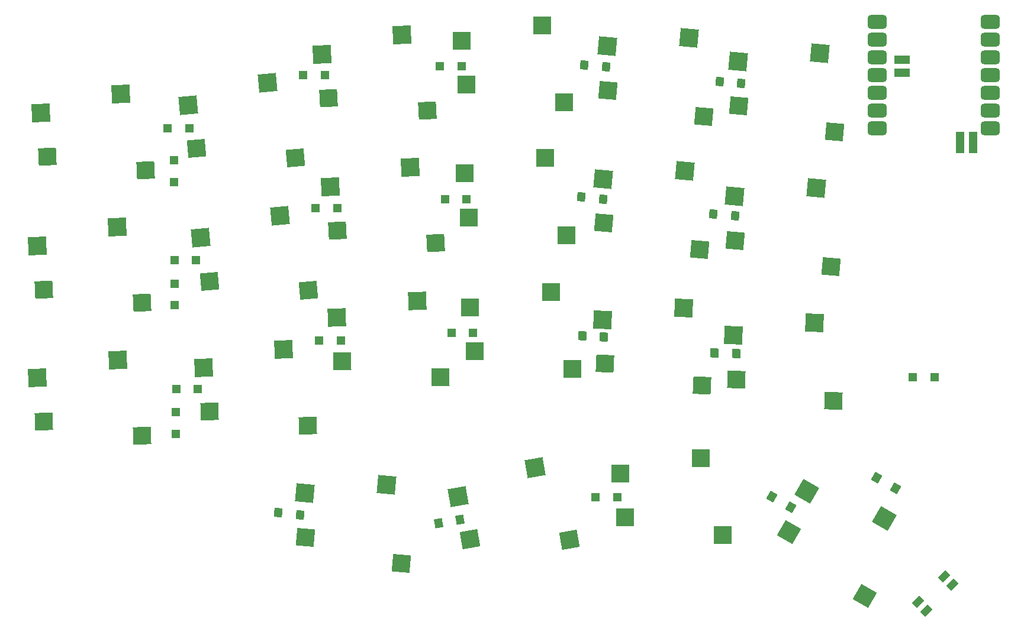
<source format=gbr>
%TF.GenerationSoftware,KiCad,Pcbnew,(6.0.0-0)*%
%TF.CreationDate,2023-10-27T21:44:22-07:00*%
%TF.ProjectId,xobdox_seeed,786f6264-6f78-45f7-9365-6565642e6b69,rev?*%
%TF.SameCoordinates,Original*%
%TF.FileFunction,Paste,Top*%
%TF.FilePolarity,Positive*%
%FSLAX46Y46*%
G04 Gerber Fmt 4.6, Leading zero omitted, Abs format (unit mm)*
G04 Created by KiCad (PCBNEW (6.0.0-0)) date 2023-10-27 21:44:22*
%MOMM*%
%LPD*%
G01*
G04 APERTURE LIST*
G04 Aperture macros list*
%AMRoundRect*
0 Rectangle with rounded corners*
0 $1 Rounding radius*
0 $2 $3 $4 $5 $6 $7 $8 $9 X,Y pos of 4 corners*
0 Add a 4 corners polygon primitive as box body*
4,1,4,$2,$3,$4,$5,$6,$7,$8,$9,$2,$3,0*
0 Add four circle primitives for the rounded corners*
1,1,$1+$1,$2,$3*
1,1,$1+$1,$4,$5*
1,1,$1+$1,$6,$7*
1,1,$1+$1,$8,$9*
0 Add four rect primitives between the rounded corners*
20,1,$1+$1,$2,$3,$4,$5,0*
20,1,$1+$1,$4,$5,$6,$7,0*
20,1,$1+$1,$6,$7,$8,$9,0*
20,1,$1+$1,$8,$9,$2,$3,0*%
%AMRotRect*
0 Rectangle, with rotation*
0 The origin of the aperture is its center*
0 $1 length*
0 $2 width*
0 $3 Rotation angle, in degrees counterclockwise*
0 Add horizontal line*
21,1,$1,$2,0,0,$3*%
G04 Aperture macros list end*
%ADD10RotRect,2.550000X2.500000X183.000000*%
%ADD11RotRect,2.600000X2.600000X3.000000*%
%ADD12RotRect,2.550000X2.500000X185.000000*%
%ADD13RotRect,2.600000X2.600000X5.000000*%
%ADD14R,1.300000X1.150000*%
%ADD15RotRect,1.150000X1.300000X358.000000*%
%ADD16RotRect,2.600000X2.600000X330.000000*%
%ADD17RotRect,2.550000X2.500000X150.000000*%
%ADD18RotRect,2.600000X2.600000X355.000000*%
%ADD19RotRect,2.550000X2.500000X175.000000*%
%ADD20RotRect,1.150000X1.300000X357.500000*%
%ADD21RoundRect,0.500000X-0.875000X-0.500000X0.875000X-0.500000X0.875000X0.500000X-0.875000X0.500000X0*%
%ADD22R,2.286000X1.270000*%
%ADD23R,1.270000X3.086000*%
%ADD24R,1.150000X1.300000*%
%ADD25RotRect,2.550000X2.500000X182.500000*%
%ADD26RotRect,2.600000X2.600000X2.500000*%
%ADD27RotRect,1.150000X1.300000X355.000000*%
%ADD28R,2.550000X2.500000*%
%ADD29R,2.600000X2.600000*%
%ADD30RotRect,2.600000X2.600000X358.000000*%
%ADD31RotRect,2.550000X2.500000X178.000000*%
%ADD32RotRect,1.150000X1.300000X10.000000*%
%ADD33RotRect,2.600000X2.600000X357.500000*%
%ADD34RotRect,2.550000X2.500000X177.500000*%
%ADD35RotRect,2.600000X2.600000X10.000000*%
%ADD36RotRect,2.550000X2.500000X190.000000*%
%ADD37RotRect,2.550000X2.500000X182.000000*%
%ADD38RotRect,2.600000X2.600000X2.000000*%
%ADD39RotRect,1.150000X1.300000X330.000000*%
%ADD40RotRect,2.550000X2.500000X181.000000*%
%ADD41RotRect,2.600000X2.600000X1.000000*%
%ADD42RotRect,1.550000X1.000000X45.000000*%
G04 APERTURE END LIST*
D10*
%TO.C,S9*%
X114219483Y-86524967D03*
D11*
X113241181Y-80277605D03*
D10*
X128313257Y-88329829D03*
D11*
X124660213Y-77476140D03*
%TD*%
D12*
%TO.C,S8*%
X95926491Y-93784283D03*
D13*
X94730755Y-87574870D03*
X106045061Y-84376592D03*
D12*
X110074668Y-95096180D03*
%TD*%
D14*
%TO.C,D1*%
X90855800Y-79553400D03*
X90855800Y-76453400D03*
%TD*%
D15*
%TO.C,D18*%
X171322656Y-104143294D03*
X168224544Y-104035106D03*
%TD*%
D16*
%TO.C,S22*%
X181409740Y-123904291D03*
D17*
X178827656Y-129676591D03*
X189664691Y-138866295D03*
D16*
X192512333Y-127774035D03*
%TD*%
D18*
%TO.C,S19*%
X109584423Y-124132442D03*
D19*
X109683740Y-130455158D03*
X123389166Y-134203930D03*
D18*
X121282214Y-122947463D03*
%TD*%
D20*
%TO.C,D17*%
X152373725Y-101743810D03*
X149276675Y-101608590D03*
%TD*%
D21*
%TO.C,U1*%
X191446100Y-56629386D03*
X191446100Y-59169386D03*
X191446100Y-61709386D03*
X191446100Y-64249386D03*
X191446100Y-66789386D03*
X191446100Y-69329386D03*
X191446100Y-71869386D03*
X207611100Y-71869386D03*
X207611100Y-69329386D03*
X207611100Y-66789386D03*
X207611100Y-64249386D03*
X207611100Y-61709386D03*
X207611100Y-59169386D03*
X207611100Y-56629386D03*
D22*
X195056100Y-63954386D03*
X195056100Y-62049386D03*
D23*
X203311100Y-73879386D03*
X205216100Y-73879386D03*
%TD*%
D24*
%TO.C,D10*%
X132741000Y-82067400D03*
X129641000Y-82067400D03*
%TD*%
%TO.C,D14*%
X94310800Y-109245400D03*
X91210800Y-109245400D03*
%TD*%
D25*
%TO.C,S1*%
X72744148Y-75959569D03*
D26*
X71820400Y-69703909D03*
D25*
X86821635Y-77887353D03*
D26*
X83263445Y-67002199D03*
%TD*%
D24*
%TO.C,D8*%
X94056800Y-90779600D03*
X90956800Y-90779600D03*
%TD*%
%TO.C,D22*%
X154280200Y-124688600D03*
X151180200Y-124688600D03*
%TD*%
%TO.C,D2*%
X93091600Y-71907400D03*
X89991600Y-71907400D03*
%TD*%
D18*
%TO.C,S11*%
X152284423Y-79132442D03*
D19*
X152383740Y-85455158D03*
D18*
X163982214Y-77947463D03*
D19*
X166089166Y-89203930D03*
%TD*%
D27*
%TO.C,D5*%
X152674102Y-63050891D03*
X149585898Y-62780709D03*
%TD*%
D14*
%TO.C,D13*%
X91160600Y-115621400D03*
X91160600Y-112521400D03*
%TD*%
D10*
%TO.C,S3*%
X113019483Y-67524967D03*
D11*
X112041181Y-61277605D03*
D10*
X127113257Y-69329829D03*
D11*
X123460213Y-58476140D03*
%TD*%
D28*
%TO.C,S10*%
X133076100Y-84629386D03*
D29*
X132426100Y-78339386D03*
X143976100Y-76139386D03*
D28*
X147056100Y-87169386D03*
%TD*%
D30*
%TO.C,S18*%
X170862014Y-101552877D03*
D31*
X171292100Y-107861730D03*
D30*
X182481757Y-99757306D03*
D31*
X185174939Y-110888078D03*
%TD*%
D24*
%TO.C,D4*%
X132029800Y-62966600D03*
X128929800Y-62966600D03*
%TD*%
D32*
%TO.C,D21*%
X131777652Y-127924645D03*
X128724748Y-128462955D03*
%TD*%
D24*
%TO.C,D3*%
X112471800Y-64287400D03*
X109371800Y-64287400D03*
%TD*%
D28*
%TO.C,S4*%
X132676100Y-65629386D03*
D29*
X132026100Y-59339386D03*
X143576100Y-57139386D03*
D28*
X146656100Y-68169386D03*
%TD*%
D33*
%TO.C,S17*%
X152147549Y-99282005D03*
D34*
X152522564Y-105594371D03*
D33*
X163782518Y-97587903D03*
D34*
X166378465Y-108741752D03*
%TD*%
D18*
%TO.C,S5*%
X152884423Y-60132442D03*
D19*
X152983740Y-66455158D03*
D18*
X164582214Y-58947463D03*
D19*
X166689166Y-70203930D03*
%TD*%
D24*
%TO.C,D16*%
X133680800Y-101193600D03*
X130580800Y-101193600D03*
%TD*%
%TO.C,D15*%
X114757800Y-102285800D03*
X111657800Y-102285800D03*
%TD*%
D35*
%TO.C,S20*%
X131500635Y-124633296D03*
D36*
X133233007Y-130714865D03*
X147441686Y-130788675D03*
D35*
X142493139Y-120461082D03*
%TD*%
D27*
%TO.C,D11*%
X152242302Y-81999291D03*
X149154098Y-81729109D03*
%TD*%
D37*
%TO.C,S13*%
X72219390Y-113893947D03*
D38*
X71350268Y-107630464D03*
X82816453Y-105028715D03*
D37*
X86279518Y-115944505D03*
%TD*%
D29*
%TO.C,S16*%
X133226100Y-97539386D03*
D28*
X133876100Y-103829386D03*
X147856100Y-106369386D03*
D29*
X144776100Y-95339386D03*
%TD*%
D24*
%TO.C,D19*%
X199670000Y-107543600D03*
X196570000Y-107543600D03*
%TD*%
D27*
%TO.C,D6*%
X171998204Y-65446582D03*
X168910000Y-65176400D03*
%TD*%
D39*
%TO.C,D24*%
X194052139Y-123457000D03*
X191367461Y-121907000D03*
%TD*%
D40*
%TO.C,S15*%
X114921590Y-105262074D03*
D41*
X114161914Y-98984376D03*
X125671759Y-96583136D03*
D40*
X128943790Y-107557702D03*
%TD*%
D14*
%TO.C,D7*%
X90982800Y-97231800D03*
X90982800Y-94131800D03*
%TD*%
D38*
%TO.C,S14*%
X95100268Y-106130464D03*
D37*
X95969390Y-112393947D03*
X110029518Y-114444505D03*
D38*
X106566453Y-103528715D03*
%TD*%
D27*
%TO.C,D20*%
X108884502Y-127211291D03*
X105796298Y-126941109D03*
%TD*%
D12*
%TO.C,S2*%
X94126491Y-74784283D03*
D13*
X92930755Y-68574870D03*
X104245061Y-65376592D03*
D12*
X108274668Y-76096180D03*
%TD*%
D39*
%TO.C,D23*%
X179066139Y-126149400D03*
X176381461Y-124599400D03*
%TD*%
D18*
%TO.C,S12*%
X171084423Y-81632442D03*
D19*
X171183740Y-87955158D03*
D18*
X182782214Y-80447463D03*
D19*
X184889166Y-91703930D03*
%TD*%
D25*
%TO.C,S7*%
X72244151Y-94959566D03*
D26*
X71320403Y-88703906D03*
X82763448Y-86002196D03*
D25*
X86321638Y-96887350D03*
%TD*%
D42*
%TO.C,S24*%
X198490485Y-140937996D03*
X202202796Y-137225685D03*
X197288404Y-139735915D03*
X201000715Y-136023604D03*
%TD*%
D24*
%TO.C,D9*%
X114224400Y-83312000D03*
X111124400Y-83312000D03*
%TD*%
D27*
%TO.C,D12*%
X171139902Y-84386891D03*
X168051698Y-84116709D03*
%TD*%
D19*
%TO.C,S6*%
X171683740Y-68655158D03*
D18*
X171584423Y-62332442D03*
D19*
X185389166Y-72403930D03*
D18*
X183282214Y-61147463D03*
%TD*%
D29*
%TO.C,S21*%
X154726100Y-121339386D03*
D28*
X155376100Y-127629386D03*
D29*
X166276100Y-119139386D03*
D28*
X169356100Y-130169386D03*
%TD*%
M02*

</source>
